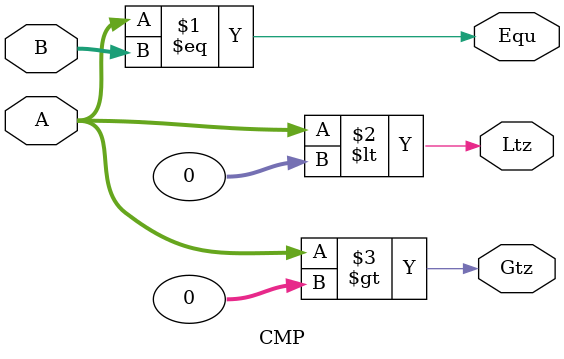
<source format=v>
`timescale 1ns / 1ps
module CMP(
    input [31:0] A,
    input [31:0] B,
    output Equ,
	 output Ltz,
	 output Gtz
    );
	assign Equ = (A == B);
	assign Ltz = ($signed(A)<0);
	assign Gtz = ($signed(A)>0);
endmodule

</source>
